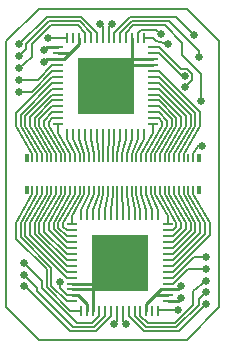
<source format=gtl>
G75*
%MOIN*%
%OFA0B0*%
%FSLAX25Y25*%
%IPPOS*%
%LPD*%
%AMOC8*
5,1,8,0,0,1.08239X$1,22.5*
%
%ADD10C,0.00689*%
%ADD11R,0.18898X0.18898*%
%ADD12R,0.03543X0.00984*%
%ADD13R,0.00984X0.03543*%
%ADD14R,0.00906X0.02598*%
%ADD15R,0.01378X0.02598*%
%ADD16C,0.00984*%
%ADD17C,0.02500*%
D10*
X0012171Y0001344D02*
X0001344Y0012171D01*
X0001344Y0100754D01*
X0012171Y0111581D01*
X0061384Y0111581D01*
X0072211Y0100754D01*
X0072211Y0012171D01*
X0061384Y0001344D01*
X0012171Y0001344D01*
X0021423Y0014140D02*
X0023195Y0014140D01*
X0021423Y0014140D02*
X0016305Y0019258D01*
X0016305Y0025163D01*
X0006069Y0035400D01*
X0006069Y0040203D01*
X0011581Y0049770D01*
X0011581Y0051128D01*
X0013156Y0051128D02*
X0013156Y0049770D01*
X0007644Y0040203D01*
X0007644Y0035793D01*
X0021423Y0022014D01*
X0023195Y0022014D01*
X0023195Y0023982D02*
X0021423Y0023982D01*
X0009219Y0036187D01*
X0009219Y0040203D01*
X0014730Y0049770D01*
X0014730Y0051128D01*
X0016305Y0051128D02*
X0016305Y0049770D01*
X0010793Y0040203D01*
X0010793Y0036581D01*
X0021423Y0025951D01*
X0023195Y0025951D01*
X0023195Y0027919D02*
X0021423Y0027919D01*
X0012368Y0036974D01*
X0012368Y0040203D01*
X0017880Y0049770D01*
X0017880Y0051128D01*
X0019455Y0051128D02*
X0019455Y0049770D01*
X0013943Y0040203D01*
X0013943Y0037368D01*
X0021423Y0029888D01*
X0023195Y0029888D01*
X0023195Y0031856D02*
X0021423Y0031856D01*
X0015518Y0037762D01*
X0015518Y0040203D01*
X0021030Y0049770D01*
X0021030Y0051128D01*
X0022604Y0051128D02*
X0022604Y0049770D01*
X0017093Y0040203D01*
X0017093Y0038156D01*
X0021423Y0033825D01*
X0023195Y0033825D01*
X0023195Y0035793D02*
X0021423Y0035793D01*
X0018667Y0038549D01*
X0018667Y0040203D01*
X0024179Y0049770D01*
X0024179Y0051128D01*
X0025754Y0051128D02*
X0025754Y0049770D01*
X0020242Y0040203D01*
X0020242Y0038943D01*
X0021423Y0037762D01*
X0023195Y0037762D01*
X0023195Y0039730D02*
X0023195Y0042604D01*
X0027329Y0049770D01*
X0027329Y0051128D01*
X0028904Y0051128D02*
X0028904Y0049770D01*
X0026344Y0044652D01*
X0026344Y0042880D01*
X0028313Y0042880D02*
X0028313Y0044652D01*
X0030478Y0049770D01*
X0030478Y0051128D01*
X0032053Y0051128D02*
X0032053Y0049770D01*
X0030281Y0044652D01*
X0030281Y0042880D01*
X0032250Y0042880D02*
X0032250Y0044652D01*
X0033628Y0049770D01*
X0033628Y0051128D01*
X0035203Y0051128D02*
X0035203Y0049770D01*
X0034219Y0044652D01*
X0034219Y0042880D01*
X0036187Y0042880D02*
X0036187Y0044652D01*
X0036778Y0049770D01*
X0036778Y0051128D01*
X0038352Y0051128D02*
X0038352Y0049770D01*
X0038156Y0044652D01*
X0038156Y0042880D01*
X0040124Y0042880D02*
X0040124Y0044652D01*
X0039927Y0049770D01*
X0039927Y0051128D01*
X0041502Y0051128D02*
X0041502Y0049770D01*
X0042093Y0044652D01*
X0042093Y0042880D01*
X0044061Y0042880D02*
X0044061Y0044652D01*
X0043077Y0049770D01*
X0043077Y0051128D01*
X0044652Y0051128D02*
X0044652Y0049770D01*
X0046030Y0044652D01*
X0046030Y0042880D01*
X0047998Y0042880D02*
X0047998Y0044652D01*
X0046226Y0049770D01*
X0046226Y0051128D01*
X0047801Y0051128D02*
X0047801Y0049770D01*
X0049967Y0044652D01*
X0049967Y0042880D01*
X0051935Y0042880D02*
X0051935Y0044652D01*
X0049376Y0049770D01*
X0049376Y0051128D01*
X0050951Y0051128D02*
X0050951Y0049770D01*
X0055085Y0042604D01*
X0055085Y0039730D01*
X0055085Y0037762D02*
X0056856Y0037762D01*
X0058037Y0038943D01*
X0058037Y0040203D01*
X0052526Y0049770D01*
X0052526Y0051128D01*
X0054100Y0051128D02*
X0054100Y0049770D01*
X0059612Y0040203D01*
X0059612Y0038549D01*
X0056856Y0035793D01*
X0055085Y0035793D01*
X0055085Y0033825D02*
X0056856Y0033825D01*
X0061187Y0038156D01*
X0061187Y0040203D01*
X0055675Y0049770D01*
X0055675Y0051128D01*
X0057250Y0051128D02*
X0057250Y0049770D01*
X0062762Y0040203D01*
X0062762Y0037762D01*
X0056856Y0031856D01*
X0055085Y0031856D01*
X0055085Y0029888D02*
X0056856Y0029888D01*
X0064337Y0037368D01*
X0064337Y0040203D01*
X0058825Y0049770D01*
X0058825Y0051128D01*
X0060400Y0051128D02*
X0060400Y0049770D01*
X0065911Y0040203D01*
X0065911Y0036974D01*
X0056856Y0027919D01*
X0055085Y0027919D01*
X0055085Y0025951D02*
X0056856Y0025951D01*
X0067486Y0036581D01*
X0067486Y0040203D01*
X0061974Y0049770D01*
X0061974Y0051128D01*
X0063549Y0051128D02*
X0063549Y0049770D01*
X0069061Y0040203D01*
X0069061Y0036187D01*
X0056856Y0023982D01*
X0055085Y0023982D01*
X0055085Y0022014D02*
X0056856Y0022014D01*
X0063746Y0028904D01*
X0067880Y0028904D01*
X0067880Y0024967D02*
X0061778Y0024967D01*
X0056856Y0020045D01*
X0055085Y0020045D01*
X0052132Y0011187D02*
X0058431Y0011187D01*
X0057447Y0006856D02*
X0063549Y0012959D01*
X0063549Y0017486D01*
X0067880Y0021030D01*
X0067880Y0017093D02*
X0065518Y0014730D01*
X0065518Y0012959D01*
X0058037Y0005478D01*
X0047801Y0005478D01*
X0044061Y0009219D01*
X0044061Y0010990D01*
X0042093Y0010990D02*
X0042093Y0009219D01*
X0047211Y0004100D01*
X0058825Y0004100D01*
X0067880Y0013156D01*
X0057447Y0006856D02*
X0048392Y0006856D01*
X0046030Y0009219D01*
X0046030Y0010990D01*
X0041108Y0006463D02*
X0040124Y0007447D01*
X0040124Y0010990D01*
X0038156Y0010990D02*
X0038156Y0007447D01*
X0037171Y0006463D01*
X0036187Y0009219D02*
X0031069Y0004100D01*
X0022407Y0004100D01*
X0007447Y0019061D01*
X0007250Y0019061D01*
X0007250Y0022998D02*
X0011581Y0018667D01*
X0011581Y0017486D01*
X0023589Y0005478D01*
X0030478Y0005478D01*
X0034219Y0009219D01*
X0034219Y0010990D01*
X0036187Y0010990D02*
X0036187Y0009219D01*
X0032250Y0009219D02*
X0029888Y0006856D01*
X0024770Y0006856D01*
X0013156Y0018431D01*
X0013156Y0021030D01*
X0007250Y0026935D01*
X0014730Y0024770D02*
X0004494Y0035006D01*
X0004494Y0040203D01*
X0010006Y0049770D01*
X0010006Y0051128D01*
X0010006Y0061797D02*
X0010006Y0063156D01*
X0004494Y0072722D01*
X0004494Y0076738D01*
X0016699Y0088943D01*
X0018470Y0088943D01*
X0018470Y0086974D02*
X0016699Y0086974D01*
X0006069Y0076344D01*
X0006069Y0072722D01*
X0011581Y0063156D01*
X0011581Y0061797D01*
X0013156Y0061797D02*
X0013156Y0063156D01*
X0007644Y0072722D01*
X0007644Y0075951D01*
X0016699Y0085006D01*
X0018470Y0085006D01*
X0018470Y0083037D02*
X0016699Y0083037D01*
X0009219Y0075557D01*
X0009219Y0072722D01*
X0014730Y0063156D01*
X0014730Y0061797D01*
X0016305Y0061797D02*
X0016305Y0063156D01*
X0010793Y0072722D01*
X0010793Y0075163D01*
X0016699Y0081069D01*
X0018470Y0081069D01*
X0018470Y0079100D02*
X0016699Y0079100D01*
X0012368Y0074770D01*
X0012368Y0072722D01*
X0017880Y0063156D01*
X0017880Y0061797D01*
X0019455Y0061797D02*
X0019455Y0063156D01*
X0013943Y0072722D01*
X0013943Y0074376D01*
X0016699Y0077132D01*
X0018470Y0077132D01*
X0018470Y0075163D02*
X0016699Y0075163D01*
X0015518Y0073982D01*
X0015518Y0072722D01*
X0021030Y0063156D01*
X0021030Y0061797D01*
X0022604Y0061797D02*
X0022604Y0063156D01*
X0018470Y0070321D01*
X0018470Y0073195D01*
X0021620Y0070045D02*
X0021620Y0068274D01*
X0024179Y0063156D01*
X0024179Y0061797D01*
X0025754Y0061797D02*
X0025754Y0063156D01*
X0023589Y0068274D01*
X0023589Y0070045D01*
X0025557Y0070045D02*
X0025557Y0068274D01*
X0027329Y0063156D01*
X0027329Y0061797D01*
X0028904Y0061797D02*
X0028904Y0063156D01*
X0027526Y0068274D01*
X0027526Y0070045D01*
X0029494Y0070045D02*
X0029494Y0068274D01*
X0030478Y0063156D01*
X0030478Y0061797D01*
X0032053Y0061797D02*
X0032053Y0063156D01*
X0031463Y0068274D01*
X0031463Y0070045D01*
X0033431Y0070045D02*
X0033431Y0068274D01*
X0033628Y0063156D01*
X0033628Y0061797D01*
X0035203Y0061797D02*
X0035203Y0063156D01*
X0035400Y0068274D01*
X0035400Y0070045D01*
X0037368Y0070045D02*
X0037368Y0068274D01*
X0036778Y0063156D01*
X0036778Y0061797D01*
X0038352Y0061797D02*
X0038352Y0063156D01*
X0039337Y0068274D01*
X0039337Y0070045D01*
X0041305Y0070045D02*
X0041305Y0068274D01*
X0039927Y0063156D01*
X0039927Y0061797D01*
X0041502Y0061797D02*
X0041502Y0063156D01*
X0043274Y0068274D01*
X0043274Y0070045D01*
X0045242Y0070045D02*
X0045242Y0068274D01*
X0043077Y0063156D01*
X0043077Y0061797D01*
X0044652Y0061797D02*
X0044652Y0063156D01*
X0047211Y0068274D01*
X0047211Y0070045D01*
X0050360Y0070321D02*
X0050360Y0073195D01*
X0050360Y0075163D02*
X0052132Y0075163D01*
X0053313Y0073982D01*
X0053313Y0072722D01*
X0047801Y0063156D01*
X0047801Y0061797D01*
X0046226Y0061797D02*
X0046226Y0063156D01*
X0050360Y0070321D01*
X0054888Y0072722D02*
X0054888Y0074376D01*
X0052132Y0077132D01*
X0050360Y0077132D01*
X0050360Y0079100D02*
X0052132Y0079100D01*
X0056463Y0074770D01*
X0056463Y0072722D01*
X0050951Y0063156D01*
X0050951Y0061797D01*
X0052526Y0061797D02*
X0052526Y0063156D01*
X0058037Y0072722D01*
X0058037Y0075163D01*
X0052132Y0081069D01*
X0050360Y0081069D01*
X0050360Y0083037D02*
X0052132Y0083037D01*
X0059612Y0075557D01*
X0059612Y0072722D01*
X0054100Y0063156D01*
X0054100Y0061797D01*
X0055675Y0061797D02*
X0055675Y0063156D01*
X0061187Y0072722D01*
X0061187Y0075951D01*
X0052132Y0085006D01*
X0050360Y0085006D01*
X0050360Y0086974D02*
X0052132Y0086974D01*
X0062762Y0076344D01*
X0062762Y0072722D01*
X0057250Y0063156D01*
X0057250Y0061797D01*
X0058825Y0061797D02*
X0058825Y0063156D01*
X0064337Y0072722D01*
X0064337Y0076738D01*
X0052132Y0088943D01*
X0050360Y0088943D01*
X0050360Y0090911D02*
X0052132Y0090911D01*
X0065911Y0077132D01*
X0065911Y0072722D01*
X0060400Y0063156D01*
X0060400Y0061797D01*
X0063549Y0061797D02*
X0063549Y0063156D01*
X0065124Y0065911D01*
X0066699Y0065911D01*
X0066305Y0080872D02*
X0066305Y0089927D01*
X0060006Y0096226D01*
X0060006Y0100163D01*
X0054100Y0106069D01*
X0043667Y0106069D01*
X0041305Y0103707D01*
X0041305Y0101935D01*
X0039337Y0101935D02*
X0039337Y0103707D01*
X0043077Y0107447D01*
X0055675Y0107447D01*
X0065518Y0097604D01*
X0065518Y0095636D01*
X0061581Y0091502D02*
X0063156Y0089927D01*
X0063156Y0087959D01*
X0060793Y0085596D01*
X0060793Y0089140D02*
X0059809Y0089140D01*
X0052132Y0096817D01*
X0050360Y0096817D01*
X0050360Y0098785D02*
X0052132Y0098785D01*
X0059415Y0091502D01*
X0061581Y0091502D01*
X0055281Y0099770D02*
X0051344Y0100951D01*
X0050360Y0101935D01*
X0047211Y0101935D01*
X0045242Y0103707D02*
X0046226Y0104691D01*
X0051344Y0104691D01*
X0052919Y0103116D01*
X0058037Y0108825D02*
X0063943Y0102919D01*
X0058037Y0108825D02*
X0042486Y0108825D01*
X0037368Y0103707D01*
X0037368Y0101935D01*
X0035400Y0101935D02*
X0035400Y0105478D01*
X0036384Y0106463D01*
X0033431Y0105478D02*
X0033431Y0101935D01*
X0031463Y0101935D02*
X0031463Y0103707D01*
X0026344Y0108825D01*
X0014730Y0108825D01*
X0005675Y0099770D01*
X0008037Y0099967D02*
X0008037Y0098195D01*
X0005675Y0095833D01*
X0005675Y0091896D02*
X0010006Y0095439D01*
X0010006Y0099967D01*
X0016108Y0106069D01*
X0025163Y0106069D01*
X0027526Y0103707D01*
X0027526Y0101935D01*
X0029494Y0101935D02*
X0029494Y0103707D01*
X0025754Y0107447D01*
X0015518Y0107447D01*
X0008037Y0099967D01*
X0015124Y0101738D02*
X0021423Y0101738D01*
X0021620Y0101935D01*
X0018470Y0092880D02*
X0016699Y0092880D01*
X0011778Y0087959D01*
X0005675Y0087959D01*
X0005675Y0084022D02*
X0009809Y0084022D01*
X0016699Y0090911D01*
X0018470Y0090911D01*
X0033431Y0105478D02*
X0032447Y0106463D01*
X0045242Y0103707D02*
X0045242Y0101935D01*
X0054888Y0072722D02*
X0049376Y0063156D01*
X0049376Y0061797D01*
X0025360Y0016108D02*
X0021423Y0016108D01*
X0019061Y0018470D01*
X0019061Y0020636D01*
X0014730Y0018864D02*
X0014730Y0024770D01*
X0014730Y0018864D02*
X0022604Y0010990D01*
X0026344Y0010990D01*
X0032250Y0010990D02*
X0032250Y0009219D01*
X0051935Y0010990D02*
X0052132Y0011187D01*
D11*
X0039140Y0026935D03*
X0034415Y0085990D03*
D12*
X0018470Y0085006D03*
X0018470Y0086974D03*
X0018470Y0088943D03*
X0018470Y0090911D03*
X0018470Y0092880D03*
X0018470Y0094848D03*
X0018470Y0096817D03*
X0018470Y0098785D03*
X0018470Y0083037D03*
X0018470Y0081069D03*
X0018470Y0079100D03*
X0018470Y0077132D03*
X0018470Y0075163D03*
X0018470Y0073195D03*
X0023195Y0039730D03*
X0023195Y0037762D03*
X0023195Y0035793D03*
X0023195Y0033825D03*
X0023195Y0031856D03*
X0023195Y0029888D03*
X0023195Y0027919D03*
X0023195Y0025951D03*
X0023195Y0023982D03*
X0023195Y0022014D03*
X0023195Y0020045D03*
X0023195Y0018077D03*
X0023195Y0016108D03*
X0023195Y0014140D03*
X0055085Y0014140D03*
X0055085Y0016108D03*
X0055085Y0018077D03*
X0055085Y0020045D03*
X0055085Y0022014D03*
X0055085Y0023982D03*
X0055085Y0025951D03*
X0055085Y0027919D03*
X0055085Y0029888D03*
X0055085Y0031856D03*
X0055085Y0033825D03*
X0055085Y0035793D03*
X0055085Y0037762D03*
X0055085Y0039730D03*
X0050360Y0073195D03*
X0050360Y0075163D03*
X0050360Y0077132D03*
X0050360Y0079100D03*
X0050360Y0081069D03*
X0050360Y0083037D03*
X0050360Y0085006D03*
X0050360Y0086974D03*
X0050360Y0088943D03*
X0050360Y0090911D03*
X0050360Y0092880D03*
X0050360Y0094848D03*
X0050360Y0096817D03*
X0050360Y0098785D03*
D13*
X0047211Y0101935D03*
X0045242Y0101935D03*
X0043274Y0101935D03*
X0041305Y0101935D03*
X0039337Y0101935D03*
X0037368Y0101935D03*
X0035400Y0101935D03*
X0033431Y0101935D03*
X0031463Y0101935D03*
X0029494Y0101935D03*
X0027526Y0101935D03*
X0025557Y0101935D03*
X0023589Y0101935D03*
X0021620Y0101935D03*
X0021620Y0070045D03*
X0023589Y0070045D03*
X0025557Y0070045D03*
X0027526Y0070045D03*
X0029494Y0070045D03*
X0031463Y0070045D03*
X0033431Y0070045D03*
X0035400Y0070045D03*
X0037368Y0070045D03*
X0039337Y0070045D03*
X0041305Y0070045D03*
X0043274Y0070045D03*
X0045242Y0070045D03*
X0047211Y0070045D03*
X0047998Y0042880D03*
X0049967Y0042880D03*
X0051935Y0042880D03*
X0046030Y0042880D03*
X0044061Y0042880D03*
X0042093Y0042880D03*
X0040124Y0042880D03*
X0038156Y0042880D03*
X0036187Y0042880D03*
X0034219Y0042880D03*
X0032250Y0042880D03*
X0030281Y0042880D03*
X0028313Y0042880D03*
X0026344Y0042880D03*
X0026344Y0010990D03*
X0028313Y0010990D03*
X0030281Y0010990D03*
X0032250Y0010990D03*
X0034219Y0010990D03*
X0036187Y0010990D03*
X0038156Y0010990D03*
X0040124Y0010990D03*
X0042093Y0010990D03*
X0044061Y0010990D03*
X0046030Y0010990D03*
X0047998Y0010990D03*
X0049967Y0010990D03*
X0051935Y0010990D03*
D14*
X0052526Y0051128D03*
X0054100Y0051128D03*
X0055675Y0051128D03*
X0057250Y0051128D03*
X0058825Y0051128D03*
X0060400Y0051128D03*
X0061974Y0051128D03*
X0063549Y0051128D03*
X0063549Y0061797D03*
X0061974Y0061797D03*
X0060400Y0061797D03*
X0058825Y0061797D03*
X0057250Y0061797D03*
X0055675Y0061797D03*
X0054100Y0061797D03*
X0052526Y0061797D03*
X0050951Y0061797D03*
X0049376Y0061797D03*
X0047801Y0061797D03*
X0046226Y0061797D03*
X0044652Y0061797D03*
X0043077Y0061797D03*
X0041502Y0061797D03*
X0039927Y0061797D03*
X0038352Y0061797D03*
X0036778Y0061797D03*
X0035203Y0061797D03*
X0033628Y0061797D03*
X0032053Y0061797D03*
X0030478Y0061797D03*
X0028904Y0061797D03*
X0027329Y0061797D03*
X0025754Y0061797D03*
X0024179Y0061797D03*
X0022604Y0061797D03*
X0021030Y0061797D03*
X0019455Y0061797D03*
X0017880Y0061797D03*
X0016305Y0061797D03*
X0014730Y0061797D03*
X0013156Y0061797D03*
X0011581Y0061797D03*
X0010006Y0061797D03*
X0010006Y0051128D03*
X0011581Y0051128D03*
X0013156Y0051128D03*
X0014730Y0051128D03*
X0016305Y0051128D03*
X0017880Y0051128D03*
X0019455Y0051128D03*
X0021030Y0051128D03*
X0022604Y0051128D03*
X0024179Y0051128D03*
X0025754Y0051128D03*
X0027329Y0051128D03*
X0028904Y0051128D03*
X0030478Y0051128D03*
X0032053Y0051128D03*
X0033628Y0051128D03*
X0035203Y0051128D03*
X0036778Y0051128D03*
X0038352Y0051128D03*
X0039927Y0051128D03*
X0041502Y0051128D03*
X0043077Y0051128D03*
X0044652Y0051128D03*
X0046226Y0051128D03*
X0047801Y0051128D03*
X0049376Y0051128D03*
X0050951Y0051128D03*
D15*
X0065419Y0051128D03*
X0065419Y0061797D03*
X0008136Y0061797D03*
X0008136Y0051128D03*
D16*
X0027329Y0078510D02*
X0034415Y0085990D01*
X0041305Y0092880D01*
X0050360Y0092880D01*
X0050360Y0094848D02*
X0043274Y0094848D01*
X0034415Y0085990D01*
X0043274Y0094848D02*
X0043274Y0101935D01*
X0025557Y0101935D02*
X0025557Y0099770D01*
X0022604Y0096817D01*
X0018470Y0096817D01*
X0018470Y0098785D02*
X0014927Y0098785D01*
X0013943Y0097801D01*
X0014927Y0094848D02*
X0013943Y0093864D01*
X0014927Y0094848D02*
X0018470Y0094848D01*
X0020636Y0094848D01*
X0022604Y0096817D01*
X0044258Y0032053D02*
X0039140Y0026935D01*
X0030281Y0018077D01*
X0030281Y0010990D01*
X0028313Y0010990D02*
X0028313Y0013156D01*
X0025360Y0016108D01*
X0023195Y0016108D01*
X0023195Y0018077D02*
X0030281Y0018077D01*
X0032250Y0020045D02*
X0039140Y0026935D01*
X0032250Y0020045D02*
X0023195Y0020045D01*
X0047998Y0013156D02*
X0047998Y0010990D01*
X0047998Y0013156D02*
X0050951Y0016108D01*
X0055085Y0016108D01*
X0055085Y0014140D02*
X0058628Y0014140D01*
X0059612Y0015124D01*
X0058628Y0018077D02*
X0059612Y0019061D01*
X0058628Y0018077D02*
X0055085Y0018077D01*
X0052919Y0018077D01*
X0050951Y0016108D01*
D17*
X0058431Y0011187D03*
X0059612Y0015124D03*
X0059612Y0019061D03*
X0067880Y0017093D03*
X0067880Y0021030D03*
X0067880Y0024967D03*
X0067880Y0028904D03*
X0067880Y0013156D03*
X0044258Y0032053D03*
X0041108Y0006463D03*
X0037171Y0006463D03*
X0019061Y0020636D03*
X0007250Y0019061D03*
X0007250Y0022998D03*
X0007250Y0026935D03*
X0027329Y0078510D03*
X0013943Y0093864D03*
X0013943Y0097801D03*
X0015124Y0101738D03*
X0005675Y0099770D03*
X0005675Y0095833D03*
X0005675Y0091896D03*
X0005675Y0087959D03*
X0005675Y0084022D03*
X0032447Y0106463D03*
X0036384Y0106463D03*
X0052919Y0103116D03*
X0055281Y0099770D03*
X0060793Y0089140D03*
X0060793Y0085596D03*
X0066305Y0080872D03*
X0065518Y0095636D03*
X0063943Y0102919D03*
X0066699Y0065911D03*
M02*

</source>
